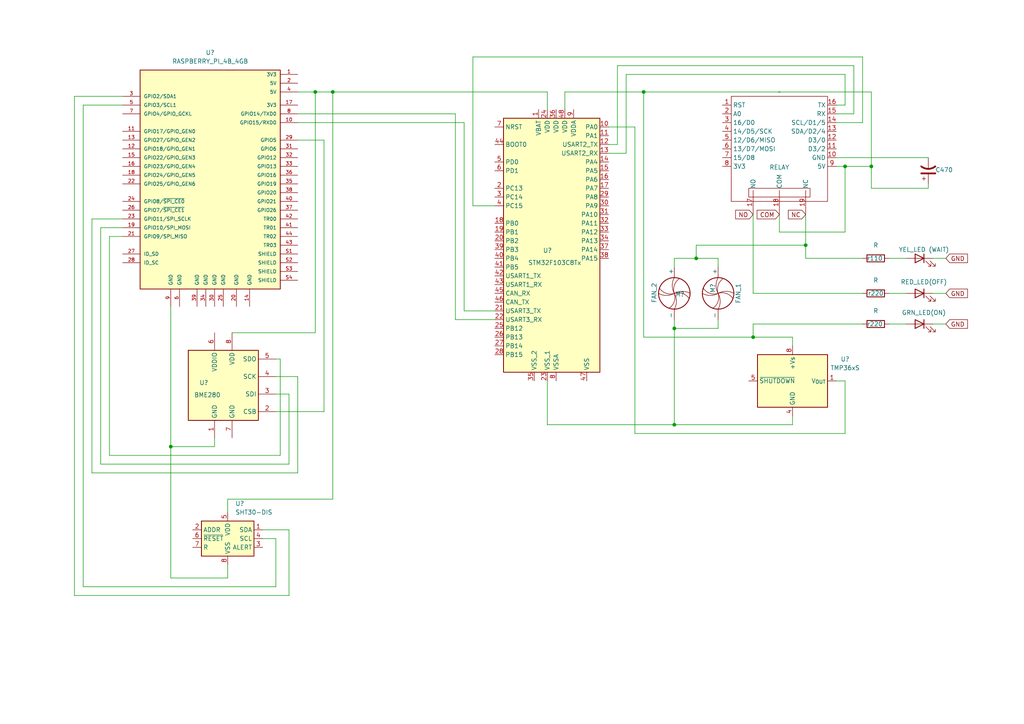
<source format=kicad_sch>
(kicad_sch (version 20231120) (generator "eeschema") (generator_version "8.0")
  (paper "A4")
  (lib_symbols
    (symbol "Device:C_Polarized_US" (pin_numbers hide) (pin_names (offset 0.254) hide)
      (property "Reference" "C" (at 0.635 2.54 0))
      (property "Value" "C_Polarized_US" (at 0.635 -2.54 0))
      (symbol "C_Polarized_US_0_1"
        (polyline (pts (xy -2.032 0.762) (xy 2.032 0.762)) (stroke (width 0.508)))
        (polyline (pts (xy -1.778 2.286) (xy -0.762 2.286)))
        (polyline (pts (xy -1.27 1.778) (xy -1.27 2.794)))
        (arc (start 2.032 -1.27) (mid 0 -0.5572) (end -2.032 -1.27) (stroke (width 0.508)))
      )
      (symbol "C_Polarized_US_1_1"
        (pin passive line (at 0 3.81 270) (length 2.794) (name "~") (number "1"))
        (pin passive line (at 0 -3.81 90) (length 3.302) (name "~") (number "2"))
      )
    )
    (symbol "Device:LED" (pin_numbers hide) (pin_names (offset 1.016) hide)
      (property "Reference" "D" (at 0 2.54 0))
      (property "Value" "LED" (at 0 -2.54 0))
      (symbol "LED_0_1"
        (polyline (pts (xy -1.27 -1.27) (xy -1.27 1.27)) (stroke (width 0.254)))
        (polyline (pts (xy -1.27 0) (xy 1.27 0)))
        (polyline (pts (xy 1.27 -1.27) (xy 1.27 1.27) (xy -1.27 0) (xy 1.27 -1.27)) (stroke (width 0.254)))
        (polyline (pts (xy -3.048 -0.762) (xy -4.572 -2.286) (xy -3.81 -2.286) (xy -4.572 -2.286) (xy -4.572 -1.524)))
        (polyline (pts (xy -1.778 -0.762) (xy -3.302 -2.286) (xy -2.54 -2.286) (xy -3.302 -2.286) (xy -3.302 -1.524)))
      )
      (symbol "LED_1_1"
        (pin passive line (at -3.81 0 0) (length 2.54) (name "K") (number "1"))
        (pin passive line (at 3.81 0 180) (length 2.54) (name "A") (number "2"))
      )
    )
    (symbol "Device:R" (pin_numbers hide) (pin_names (offset 0))
      (property "Reference" "R" (at 2.032 0 90))
      (property "Value" "R" (at 0 0 90))
      (symbol "R_0_1"
        (rectangle (start -1.016 -2.54) (end 1.016 2.54) (stroke (width 0.254)))
      )
      (symbol "R_1_1"
        (pin passive line (at 0 3.81 270) (length 1.27) (name "~") (number "1"))
        (pin passive line (at 0 -3.81 90) (length 1.27) (name "~") (number "2"))
      )
    )
    (symbol "MCU_ST_STM32F1:STM32F103C8Tx"
      (property "Reference" "U?" (at 4.7341 -38.1 0))
      (property "Value" "STM32F103C8Tx" (at -4.318 -20.066 0))
      (symbol "STM32F103C8Tx_0_1"
        (rectangle (start -12.7 38.1) (end 15.24 -35.56) (stroke (width 0.254)) (fill (type background)))
      )
      (symbol "STM32F103C8Tx_1_1"
        (pin power_in line (at -2.54 40.64 270) (length 2.54) (name "VBAT") (number "1"))
        (pin bidirectional line (at 17.78 35.56 180) (length 2.54) (name "PA0") (number "10"))
        (pin bidirectional line (at 17.78 33.02 180) (length 2.54) (name "PA1") (number "11"))
        (pin bidirectional line (at 17.78 30.48 180) (length 2.54) (name "PA2") (number "12") (alternate "USART2_TX" bidirectional line))
        (pin bidirectional line (at 17.78 27.94 180) (length 2.54) (name "PA3") (number "13") (alternate "USART2_RX" bidirectional line))
        (pin bidirectional line (at 17.78 25.4 180) (length 2.54) (name "PA4") (number "14"))
        (pin bidirectional line (at 17.78 22.86 180) (length 2.54) (name "PA5") (number "15"))
        (pin bidirectional line (at 17.78 20.32 180) (length 2.54) (name "PA6") (number "16"))
        (pin bidirectional line (at 17.78 17.78 180) (length 2.54) (name "PA7") (number "17"))
        (pin bidirectional line (at -15.24 7.62 0) (length 2.54) (name "PB0") (number "18"))
        (pin bidirectional line (at -15.24 5.08 0) (length 2.54) (name "PB1") (number "19"))
        (pin bidirectional line (at -15.24 17.78 0) (length 2.54) (name "PC13") (number "2"))
        (pin bidirectional line (at -15.24 2.54 0) (length 2.54) (name "PB2") (number "20"))
        (pin bidirectional line (at -15.24 -17.78 0) (length 2.54) (name "PB10") (number "21") (alternate "USART3_TX" bidirectional line))
        (pin bidirectional line (at -15.24 -20.32 0) (length 2.54) (name "PB11") (number "22") (alternate "USART3_RX" bidirectional line))
        (pin power_in line (at 0 -38.1 90) (length 2.54) (name "VSS_1") (number "23"))
        (pin power_in line (at 0 40.64 270) (length 2.54) (name "VDD") (number "24"))
        (pin bidirectional line (at -15.24 -22.86 0) (length 2.54) (name "PB12") (number "25"))
        (pin bidirectional line (at -15.24 -25.4 0) (length 2.54) (name "PB13") (number "26"))
        (pin bidirectional line (at -15.24 -27.94 0) (length 2.54) (name "PB14") (number "27"))
        (pin bidirectional line (at -15.24 -30.48 0) (length 2.54) (name "PB15") (number "28"))
        (pin bidirectional line (at 17.78 15.24 180) (length 2.54) (name "PA8") (number "29"))
        (pin bidirectional line (at -15.24 15.24 0) (length 2.54) (name "PC14") (number "3"))
        (pin bidirectional line (at 17.78 12.7 180) (length 2.54) (name "PA9") (number "30") (alternate "USART1_TX" bidirectional line))
        (pin bidirectional line (at 17.78 10.16 180) (length 2.54) (name "PA10") (number "31") (alternate "USART1_RX" bidirectional line))
        (pin bidirectional line (at 17.78 7.62 180) (length 2.54) (name "PA11") (number "32") (alternate "CAN_RX" bidirectional line))
        (pin bidirectional line (at 17.78 5.08 180) (length 2.54) (name "PA12") (number "33") (alternate "CAN_TX" bidirectional line))
        (pin bidirectional line (at 17.78 2.54 180) (length 2.54) (name "PA13") (number "34"))
        (pin power_in line (at -3.81 -38.1 90) (length 2.54) (name "VSS_2") (number "35"))
        (pin power_in line (at 2.54 40.64 270) (length 2.54) (name "VDD") (number "36"))
        (pin bidirectional line (at 17.78 0 180) (length 2.54) (name "PA14") (number "37"))
        (pin bidirectional line (at 17.78 -2.54 180) (length 2.54) (name "PA15") (number "38"))
        (pin bidirectional line (at -15.24 0 0) (length 2.54) (name "PB3") (number "39"))
        (pin bidirectional line (at -15.24 12.7 0) (length 2.54) (name "PC15") (number "4"))
        (pin bidirectional line (at -15.24 -2.54 0) (length 2.54) (name "PB4") (number "40"))
        (pin bidirectional line (at -15.24 -5.08 0) (length 2.54) (name "PB5") (number "41"))
        (pin bidirectional line (at -15.24 -7.62 0) (length 2.54) (name "PB6") (number "42") (alternate "USART1_TX" bidirectional line))
        (pin bidirectional line (at -15.24 -10.16 0) (length 2.54) (name "PB7") (number "43") (alternate "USART1_RX" bidirectional line))
        (pin input line (at -15.24 30.48 0) (length 2.54) (name "BOOT0") (number "44"))
        (pin bidirectional line (at -15.24 -12.7 0) (length 2.54) (name "PB8") (number "45") (alternate "CAN_RX" bidirectional line))
        (pin bidirectional line (at -15.24 -15.24 0) (length 2.54) (name "PB9") (number "46") (alternate "CAN_TX" bidirectional line))
        (pin power_in line (at 11.43 -38.1 90) (length 2.54) (name "VSS") (number "47"))
        (pin power_in line (at 5.08 40.64 270) (length 2.54) (name "VDD") (number "48"))
        (pin bidirectional line (at -15.24 25.4 0) (length 2.54) (name "PD0") (number "5"))
        (pin bidirectional line (at -15.24 22.86 0) (length 2.54) (name "PD1") (number "6"))
        (pin input line (at -15.24 35.56 0) (length 2.54) (name "NRST") (number "7"))
        (pin power_in line (at 2.54 -38.1 90) (length 2.54) (name "VSSA") (number "8"))
        (pin power_in line (at 7.62 40.64 270) (length 2.54) (name "VDDA") (number "9"))
      )
    )
    (symbol "Motor:Fan_ALT" (pin_numbers hide) (pin_names (offset 0))
      (property "Reference" "M" (at 3.81 5.08 0))
      (property "Value" "Fan_ALT" (at 3.81 2.54 0))
      (symbol "Fan_ALT_0_1"
        (arc (start -4.572 0) (mid -2.286 -0.5988) (end 0 0))
        (arc (start -4.318 1.524) (mid -2.4153 0.0291) (end 0 0))
        (arc (start -1.524 -4.318) (mid -0.0291 -2.4153) (end 0 0))
        (arc (start 0 -4.572) (mid 0.5988 -2.286) (end 0 0))
        (polyline (pts (xy 0 -5.08) (xy 0 -4.572)))
        (polyline (pts (xy 0 4.572) (xy 0 5.08)))
        (circle (center 0 0) (radius 4.572) (stroke (width 0.254)))
        (arc (start 0 4.572) (mid -0.5988 2.286) (end 0 0))
        (arc (start 1.524 4.318) (mid 0.0291 2.4153) (end 0 0))
        (arc (start 4.318 -1.524) (mid 2.4153 -0.0291) (end 0 0))
        (arc (start 4.572 0) (mid 2.286 0.5988) (end 0 0))
      )
      (symbol "Fan_ALT_1_1"
        (pin passive line (at 0 7.62 270) (length 2.54) (name "+") (number "1"))
        (pin passive line (at 0 -7.62 90) (length 2.54) (name "-") (number "2"))
      )
    )
    (symbol "Sensor:BME280"
      (property "Reference" "U" (at -8.89 11.43 0))
      (property "Value" "BME280" (at 7.62 11.43 0))
      (symbol "BME280_0_1"
        (rectangle (start -10.16 10.16) (end 10.16 -10.16) (stroke (width 0.254)) (fill (type background)))
      )
      (symbol "BME280_1_1"
        (pin power_in line (at -2.54 -15.24 90) (length 5.08) (name "GND") (number "1"))
        (pin input line (at 15.24 -7.62 180) (length 5.08) (name "CSB") (number "2"))
        (pin bidirectional line (at 15.24 -2.54 180) (length 5.08) (name "SDI") (number "3"))
        (pin input line (at 15.24 2.54 180) (length 5.08) (name "SCK") (number "4"))
        (pin bidirectional line (at 15.24 7.62 180) (length 5.08) (name "SDO") (number "5"))
        (pin power_in line (at -2.54 15.24 270) (length 5.08) (name "VDDIO") (number "6"))
        (pin power_in line (at 2.54 -15.24 90) (length 5.08) (name "GND") (number "7"))
        (pin power_in line (at 2.54 15.24 270) (length 5.08) (name "VDD") (number "8"))
      )
    )
    (symbol "Sensor_Humidity:SHT30-DIS"
      (property "Reference" "U" (at -6.35 6.35 0))
      (property "Value" "SHT30-DIS" (at 6.35 6.35 0))
      (symbol "SHT30-DIS_0_1"
        (rectangle (start -7.62 5.08) (end 7.62 -5.08) (stroke (width 0.254)) (fill (type background)))
      )
      (symbol "SHT30-DIS_1_1"
        (pin bidirectional line (at 10.16 2.54 180) (length 2.54) (name "SDA") (number "1"))
        (pin input line (at -10.16 2.54 0) (length 2.54) (name "ADDR") (number "2"))
        (pin output line (at 10.16 -2.54 180) (length 2.54) (name "ALERT") (number "3"))
        (pin input line (at 10.16 0 180) (length 2.54) (name "SCL") (number "4"))
        (pin power_in line (at 0 7.62 270) (length 2.54) (name "VDD") (number "5"))
        (pin input line (at -10.16 0 0) (length 2.54) (name "~{RESET}") (number "6"))
        (pin passive line (at -10.16 -2.54 0) (length 2.54) (name "R") (number "7"))
        (pin power_in line (at 0 -7.62 90) (length 2.54) (name "VSS") (number "8"))
        (pin passive line (at 0 -7.62 90) (length 2.54) hide (name "VSS") (number "9"))
      )
    )
    (symbol "Sensor_Temperature:TMP36xS"
      (property "Reference" "U" (at -8.89 8.89 0))
      (property "Value" "TMP36xS" (at 6.35 -8.89 0))
      (symbol "TMP36xS_0_1"
        (rectangle (start -10.16 7.62) (end 10.16 -7.62) (stroke (width 0.254)) (fill (type background)))
      )
      (symbol "TMP36xS_1_1"
        (pin output line (at 12.7 0 180) (length 2.54) (name "V_{OUT}") (number "1"))
        (pin power_in line (at 0 -10.16 90) (length 2.54) (name "GND") (number "4"))
        (pin input line (at -12.7 0 0) (length 2.54) (name "~{SHUTDOWN}") (number "5"))
        (pin power_in line (at 0 10.16 270) (length 2.54) (name "+Vs") (number "8"))
      )
    )
    (symbol "my_parts:RASPBERRY_PI_4B_4GB" (pin_names (offset 1.016))
      (property "Reference" "U?" (at 0 38.1 0))
      (property "Value" "RASPBERRY_PI_4B_4GB" (at 0 35.56 0))
      (symbol "RASPBERRY_PI_4B_4GB_0_0"
        (rectangle (start -20.32 33.02) (end 20.32 -30.48) (stroke (width 0.254)) (fill (type background)))
        (pin power_in line (at 25.4 31.75 180) (length 5.08) (name "3V3") (number "1"))
        (pin bidirectional line (at 25.4 17.78 180) (length 5.08) (name "GPIO15/RXD0") (number "10"))
        (pin bidirectional line (at -25.4 15.24 0) (length 5.08) (name "GPIO17/GPIO_GEN0") (number "11"))
        (pin bidirectional line (at -25.4 10.16 0) (length 5.08) (name "GPIO18/GPIO_GEN1") (number "12"))
        (pin bidirectional line (at -25.4 12.7 0) (length 5.08) (name "GPIO27/GPIO_GEN2") (number "13"))
        (pin power_in line (at 11.43 -35.56 90) (length 5.08) (name "GND") (number "14"))
        (pin bidirectional line (at -25.4 7.62 0) (length 5.08) (name "GPIO22/GPIO_GEN3") (number "15"))
        (pin bidirectional line (at -25.4 5.08 0) (length 5.08) (name "GPIO23/GPIO_GEN4") (number "16"))
        (pin power_in line (at 25.4 22.86 180) (length 5.08) (name "3V3") (number "17"))
        (pin bidirectional line (at -25.4 2.54 0) (length 5.08) (name "GPIO24/GPIO_GEN5") (number "18"))
        (pin bidirectional line (at -25.4 -12.7 0) (length 5.08) (name "GPIO10/SPI_MOSI") (number "19"))
        (pin power_in line (at 7.62 -35.56 90) (length 5.08) (name "GND") (number "20"))
        (pin bidirectional line (at -25.4 -15.24 0) (length 5.08) (name "GPIO9/SPI_MISO") (number "21"))
        (pin bidirectional line (at -25.4 0 0) (length 5.08) (name "GPIO25/GPIO_GEN6") (number "22"))
        (pin bidirectional line (at -25.4 -10.16 0) (length 5.08) (name "GPIO11/SPI_SCLK") (number "23"))
        (pin bidirectional line (at -25.4 -5.08 0) (length 5.08) (name "GPIO8/~{SPI_CE0}") (number "24"))
        (pin power_in line (at 3.81 -35.56 90) (length 5.08) (name "GND") (number "25"))
        (pin bidirectional line (at -25.4 -7.62 0) (length 5.08) (name "GPIO7/~{SPI_CE1}") (number "26"))
        (pin bidirectional line (at -25.4 -20.32 0) (length 5.08) (name "ID_SD") (number "27"))
        (pin bidirectional line (at -25.4 -22.86 0) (length 5.08) (name "ID_SC") (number "28"))
        (pin bidirectional line (at 25.4 12.7 180) (length 5.08) (name "GPIO5") (number "29"))
        (pin bidirectional line (at -25.4 25.4 0) (length 5.08) (name "GPIO2/SDA1") (number "3"))
        (pin power_in line (at 1.27 -35.56 90) (length 5.08) (name "GND") (number "30"))
        (pin bidirectional line (at 25.4 10.16 180) (length 5.08) (name "GPIO6") (number "31"))
        (pin bidirectional line (at 25.4 7.62 180) (length 5.08) (name "GPIO12") (number "32"))
        (pin bidirectional line (at 25.4 5.08 180) (length 5.08) (name "GPIO13") (number "33"))
        (pin power_in line (at -1.27 -35.56 90) (length 5.08) (name "GND") (number "34"))
        (pin bidirectional line (at 25.4 0 180) (length 5.08) (name "GPIO19") (number "35"))
        (pin bidirectional line (at 25.4 2.54 180) (length 5.08) (name "GPIO16") (number "36"))
        (pin bidirectional line (at 25.4 -7.62 180) (length 5.08) (name "GPIO26") (number "37"))
        (pin bidirectional line (at 25.4 -2.54 180) (length 5.08) (name "GPIO20") (number "38"))
        (pin power_in line (at -3.81 -35.56 90) (length 5.08) (name "GND") (number "39"))
        (pin power_in line (at 25.4 26.67 180) (length 5.08) (name "5V") (number "4"))
        (pin bidirectional line (at 25.4 -5.08 180) (length 5.08) (name "GPIO21") (number "40"))
        (pin bidirectional line (at 25.4 -12.7 180) (length 5.08) (name "TR01") (number "41"))
        (pin bidirectional line (at 25.4 -10.16 180) (length 5.08) (name "TR00") (number "42"))
        (pin bidirectional line (at 25.4 -17.78 180) (length 5.08) (name "TR03") (number "43"))
        (pin bidirectional line (at 25.4 -15.24 180) (length 5.08) (name "TR02") (number "44"))
        (pin bidirectional line (at -25.4 22.86 0) (length 5.08) (name "GPIO3/SCL1") (number "5"))
        (pin power_in line (at -8.89 -35.56 90) (length 5.08) (name "GND") (number "6"))
        (pin bidirectional line (at -25.4 20.32 0) (length 5.08) (name "GPIO4/GPIO_GCKL") (number "7"))
        (pin bidirectional line (at 25.4 20.32 180) (length 5.08) (name "GPIO14/TXD0") (number "8"))
        (pin power_in line (at -11.43 -35.56 90) (length 5.08) (name "GND") (number "9"))
        (pin power_in line (at 25.4 -22.86 180) (length 5.08) (name "SHIELD") (number "S2"))
        (pin power_in line (at 25.4 -25.4 180) (length 5.08) (name "SHIELD") (number "S3"))
        (pin power_in line (at 25.4 -27.94 180) (length 5.08) (name "SHIELD") (number "S4"))
      )
      (symbol "RASPBERRY_PI_4B_4GB_1_0"
        (pin power_in line (at 25.4 29.21 180) (length 5.08) (name "5V") (number "2"))
        (pin power_in line (at 25.4 -20.32 180) (length 5.08) (name "SHIELD") (number "S1"))
      )
    )
    (symbol "my_parts:wemos_relay"
      (property "Reference" "D1" (at 0 0 0))
      (symbol "wemos_relay_0_1"
        (rectangle (start -13.97 15.24) (end 13.97 -15.24))
        (rectangle (start -8.89 -11.43) (end 8.89 -13.97))
      )
      (symbol "wemos_relay_1_1"
        (pin input line (at -16.51 12.7 0) (length 2.54) (name "RST") (number "1"))
        (pin input line (at 16.51 -2.54 180) (length 2.54) (name "GND") (number "10"))
        (pin input line (at 16.51 0 180) (length 2.54) (name "D3/2") (number "11"))
        (pin input line (at 16.51 2.54 180) (length 2.54) (name "D3/0") (number "12"))
        (pin input line (at 16.51 5.08 180) (length 2.54) (name "SDA/D2/4") (number "13"))
        (pin input line (at 16.51 7.62 180) (length 2.54) (name "SCL/D1/5") (number "14"))
        (pin input line (at 16.51 10.16 180) (length 2.54) (name "RX") (number "15"))
        (pin input line (at 16.51 12.7 180) (length 2.54) (name "TX") (number "16"))
        (pin input line (at -7.62 -19.05 90) (length 7) (name "NO") (number "17"))
        (pin input line (at 0 -19.05 90) (length 7) (name "COM") (number "18"))
        (pin input line (at 7.62 -19.05 90) (length 7) (name "NC") (number "19"))
        (pin input line (at -16.51 10.16 0) (length 2.54) (name "A0") (number "2"))
        (pin input line (at -16.51 7.62 0) (length 2.54) (name "16/D0") (number "3"))
        (pin input line (at -16.51 5.08 0) (length 2.54) (name "14/D5/SCK") (number "4"))
        (pin input line (at -16.51 2.54 0) (length 2.54) (name "12/D6/MISO") (number "5"))
        (pin input line (at -16.51 0 0) (length 2.54) (name "13/D7/MOSI") (number "6"))
        (pin input line (at -16.51 -2.54 0) (length 2.54) (name "15/D8") (number "7"))
        (pin input line (at -16.51 -5.08 0) (length 2.54) (name "3V3") (number "8"))
        (pin input line (at 16.51 -5.08 180) (length 2.54) (name "5V") (number "9"))
      )
    )
  )
  (junction (at 201.93 74.93))
  (junction (at 195.58 95.25))
  (junction (at 186.69 26.67))
  (junction (at 218.44 97.79))
  (junction (at 233.68 71.12))
  (junction (at 91.44 26.67))
  (junction (at 252.73 48.26))
  (junction (at 245.11 48.26))
  (junction (at 49.53 129.54))
  (junction (at 195.58 123.19))
  (junction (at 96.52 26.67))
  (wire (pts (xy 86.36 33.02) (xy 132.08 33.02)))
  (wire (pts (xy 66.04 144.78) (xy 66.04 148.59)))
  (wire (pts (xy 242.57 45.72) (xy 269.24 45.72)))
  (wire (pts (xy 262.89 85.09) (xy 257.81 85.09)))
  (wire (pts (xy 226.06 67.31) (xy 226.06 62.23)))
  (wire (pts (xy 80.01 156.21) (xy 80.01 170.18)))
  (wire (pts (xy 186.69 26.67) (xy 163.83 26.67)))
  (wire (pts (xy 29.21 66.04) (xy 29.21 134.62)))
  (wire (pts (xy 26.67 137.16) (xy 86.36 137.16)))
  (wire (pts (xy 132.08 92.71) (xy 143.51 92.71)))
  (wire (pts (xy 181.61 44.45) (xy 176.53 44.45)))
  (wire (pts (xy 250.19 16.51) (xy 250.19 35.56)))
  (wire (pts (xy 96.52 144.78) (xy 66.04 144.78)))
  (wire (pts (xy 179.07 19.05) (xy 247.65 19.05)))
  (wire (pts (xy 184.15 125.73) (xy 245.11 125.73)))
  (wire (pts (xy 252.73 54.61) (xy 252.73 48.26)))
  (wire (pts (xy 201.93 71.12) (xy 201.93 74.93)))
  (wire (pts (xy 208.28 92.71) (xy 208.28 95.25)))
  (wire (pts (xy 49.53 167.64) (xy 49.53 129.54)))
  (wire (pts (xy 35.56 66.04) (xy 29.21 66.04)))
  (wire (pts (xy 262.89 74.93) (xy 257.81 74.93)))
  (wire (pts (xy 233.68 74.93) (xy 250.19 74.93)))
  (wire (pts (xy 62.23 127) (xy 62.23 129.54)))
  (wire (pts (xy 274.32 85.09) (xy 270.51 85.09)))
  (wire (pts (xy 49.53 88.9) (xy 49.53 129.54)))
  (wire (pts (xy 176.53 41.91) (xy 179.07 41.91)))
  (wire (pts (xy 245.11 21.59) (xy 245.11 30.48)))
  (wire (pts (xy 137.16 59.69) (xy 137.16 16.51)))
  (wire (pts (xy 245.11 110.49) (xy 242.57 110.49)))
  (wire (pts (xy 195.58 74.93) (xy 195.58 77.47)))
  (wire (pts (xy 24.13 30.48) (xy 35.56 30.48)))
  (wire (pts (xy 218.44 93.98) (xy 218.44 97.79)))
  (wire (pts (xy 35.56 27.94) (xy 21.59 27.94)))
  (wire (pts (xy 274.32 74.93) (xy 270.51 74.93)))
  (wire (pts (xy 195.58 123.19) (xy 229.87 123.19)))
  (wire (pts (xy 134.62 35.56) (xy 86.36 35.56)))
  (wire (pts (xy 143.51 59.69) (xy 137.16 59.69)))
  (wire (pts (xy 91.44 96.52) (xy 91.44 26.67)))
  (wire (pts (xy 195.58 74.93) (xy 201.93 74.93)))
  (wire (pts (xy 262.89 93.98) (xy 257.81 93.98)))
  (wire (pts (xy 93.98 40.64) (xy 86.36 40.64)))
  (wire (pts (xy 83.82 172.72) (xy 83.82 153.67)))
  (wire (pts (xy 132.08 33.02) (xy 132.08 92.71)))
  (wire (pts (xy 233.68 62.23) (xy 233.68 71.12)))
  (wire (pts (xy 31.75 68.58) (xy 35.56 68.58)))
  (wire (pts (xy 83.82 114.3) (xy 80.01 114.3)))
  (wire (pts (xy 86.36 109.22) (xy 80.01 109.22)))
  (wire (pts (xy 35.56 63.5) (xy 26.67 63.5)))
  (wire (pts (xy 91.44 26.67) (xy 96.52 26.67)))
  (wire (pts (xy 252.73 26.67) (xy 252.73 48.26)))
  (wire (pts (xy 245.11 48.26) (xy 245.11 67.31)))
  (wire (pts (xy 76.2 156.21) (xy 80.01 156.21)))
  (wire (pts (xy 218.44 97.79) (xy 229.87 97.79)))
  (wire (pts (xy 86.36 26.67) (xy 91.44 26.67)))
  (wire (pts (xy 81.28 132.08) (xy 31.75 132.08)))
  (wire (pts (xy 24.13 170.18) (xy 24.13 30.48)))
  (wire (pts (xy 218.44 62.23) (xy 218.44 85.09)))
  (wire (pts (xy 269.24 54.61) (xy 269.24 53.34)))
  (wire (pts (xy 158.75 110.49) (xy 158.75 123.19)))
  (wire (pts (xy 226.06 67.31) (xy 245.11 67.31)))
  (wire (pts (xy 158.75 26.67) (xy 158.75 31.75)))
  (wire (pts (xy 21.59 27.94) (xy 21.59 172.72)))
  (wire (pts (xy 83.82 134.62) (xy 83.82 114.3)))
  (wire (pts (xy 201.93 71.12) (xy 233.68 71.12)))
  (wire (pts (xy 247.65 33.02) (xy 242.57 33.02)))
  (wire (pts (xy 163.83 26.67) (xy 163.83 31.75)))
  (wire (pts (xy 62.23 129.54) (xy 49.53 129.54)))
  (wire (pts (xy 186.69 26.67) (xy 252.73 26.67)))
  (wire (pts (xy 26.67 63.5) (xy 26.67 137.16)))
  (wire (pts (xy 86.36 137.16) (xy 86.36 109.22)))
  (wire (pts (xy 245.11 30.48) (xy 242.57 30.48)))
  (wire (pts (xy 66.04 167.64) (xy 66.04 163.83)))
  (wire (pts (xy 229.87 120.65) (xy 229.87 123.19)))
  (wire (pts (xy 242.57 48.26) (xy 245.11 48.26)))
  (wire (pts (xy 195.58 95.25) (xy 195.58 123.19)))
  (wire (pts (xy 186.69 26.67) (xy 186.69 97.79)))
  (wire (pts (xy 29.21 134.62) (xy 83.82 134.62)))
  (wire (pts (xy 247.65 19.05) (xy 247.65 33.02)))
  (wire (pts (xy 83.82 153.67) (xy 76.2 153.67)))
  (wire (pts (xy 245.11 48.26) (xy 252.73 48.26)))
  (wire (pts (xy 233.68 71.12) (xy 233.68 74.93)))
  (wire (pts (xy 179.07 19.05) (xy 179.07 41.91)))
  (wire (pts (xy 158.75 123.19) (xy 195.58 123.19)))
  (wire (pts (xy 269.24 54.61) (xy 252.73 54.61)))
  (wire (pts (xy 195.58 95.25) (xy 208.28 95.25)))
  (wire (pts (xy 143.51 90.17) (xy 134.62 90.17)))
  (wire (pts (xy 96.52 26.67) (xy 96.52 144.78)))
  (wire (pts (xy 250.19 93.98) (xy 218.44 93.98)))
  (wire (pts (xy 67.31 96.52) (xy 91.44 96.52)))
  (wire (pts (xy 250.19 35.56) (xy 242.57 35.56)))
  (wire (pts (xy 274.32 93.98) (xy 270.51 93.98)))
  (wire (pts (xy 80.01 104.14) (xy 81.28 104.14)))
  (wire (pts (xy 80.01 119.38) (xy 93.98 119.38)))
  (wire (pts (xy 195.58 92.71) (xy 195.58 95.25)))
  (wire (pts (xy 186.69 97.79) (xy 218.44 97.79)))
  (wire (pts (xy 245.11 125.73) (xy 245.11 110.49)))
  (wire (pts (xy 134.62 90.17) (xy 134.62 35.56)))
  (wire (pts (xy 250.19 85.09) (xy 218.44 85.09)))
  (wire (pts (xy 181.61 21.59) (xy 245.11 21.59)))
  (wire (pts (xy 181.61 21.59) (xy 181.61 44.45)))
  (wire (pts (xy 201.93 74.93) (xy 208.28 74.93)))
  (wire (pts (xy 208.28 74.93) (xy 208.28 77.47)))
  (wire (pts (xy 184.15 36.83) (xy 176.53 36.83)))
  (wire (pts (xy 184.15 36.83) (xy 184.15 125.73)))
  (wire (pts (xy 229.87 97.79) (xy 229.87 100.33)))
  (wire (pts (xy 21.59 172.72) (xy 83.82 172.72)))
  (wire (pts (xy 66.04 167.64) (xy 49.53 167.64)))
  (wire (pts (xy 80.01 170.18) (xy 24.13 170.18)))
  (wire (pts (xy 93.98 119.38) (xy 93.98 40.64)))
  (wire (pts (xy 96.52 26.67) (xy 158.75 26.67)))
  (wire (pts (xy 31.75 132.08) (xy 31.75 68.58)))
  (wire (pts (xy 137.16 16.51) (xy 250.19 16.51)))
  (wire (pts (xy 81.28 104.14) (xy 81.28 132.08)))
  (global_label "GND" (shape input) (at 274.32 85.09 0) (property "Intersheetrefs" "${INTERSHEET_REFS}" (effects (hide yes))))
  (global_label "COM" (shape input) (at 226.06 62.23 180) (property "Intersheetrefs" "${INTERSHEET_REFS}" (effects (hide yes))))
  (global_label "NO" (shape input) (at 218.44 62.23 180) (property "Intersheetrefs" "${INTERSHEET_REFS}" (effects (hide yes))))
  (global_label "GND" (shape input) (at 274.32 74.93 0) (property "Intersheetrefs" "${INTERSHEET_REFS}" (effects (hide yes))))
  (global_label "GND" (shape input) (at 274.32 93.98 0) (property "Intersheetrefs" "${INTERSHEET_REFS}" (effects (hide yes))))
  (global_label "NC" (shape input) (at 233.68 62.23 180) (property "Intersheetrefs" "${INTERSHEET_REFS}" (effects (hide yes))))
  (symbol (lib_id "Device:LED") (at 266.7 74.93 0) (mirror y) (unit 1)
    (property "Reference" "D?" (effects (hide yes)))
    (property "Value" "YEL_LED (WAIT)" (at 267.97 72.39 0))
    (property "Description" "Light emitting diode" (effects (hide yes)))
  )
  (symbol (lib_id "Device:LED") (at 266.7 93.98 0) (mirror y) (unit 1)
    (property "Reference" "D?" (effects (hide yes)))
    (property "Value" "GRN_LED(ON)" (at 267.97 90.678 0))
    (property "Description" "Light emitting diode" (effects (hide yes)))
  )
  (symbol (lib_id "my_parts:wemos_relay") (at 226.06 43.18 0) (unit 1)
    (property "Reference" "RELAY" (at 226.06 48.514 0))
    (property "Value" "~" (at 226.06 26.67 0))
  )
  (symbol (lib_id "Motor:Fan_ALT") (at 195.58 85.09 0) (unit 1)
    (property "Reference" "M?" (at 195.834 85.344 0) (effects (justify left)))
    (property "Value" "FAN_2" (at 189.738 87.884 90) (effects (justify left)))
    (property "Description" "Fan without PWM or tach, alternative symbol" (effects (hide yes)))
  )
  (symbol (lib_id "Sensor_Humidity:SHT30-DIS") (at 66.04 156.21 0) (unit 1)
    (property "Reference" "U?" (at 68.2341 146.05 0) (effects (justify left)))
    (property "Value" "SHT30-DIS" (at 68.2341 148.59 0) (effects (justify left)))
    (property "Footprint" "Sensor_Humidity:Sensirion_DFN-8-1EP_2.5x2.5mm_P0.5mm_EP1.1x1.7mm" (effects (hide yes)))
    (property "Datasheet" "https://www.sensirion.com/fileadmin/user_upload/customers/sensirion/Dokumente/2_Humidity_Sensors/Datasheets/Sensirion_Humidity_Sensors_SHT3x_Datasheet_digital.pdf" (effects (hide yes)))
    (property "Description" "I²C humidity and temperature sensor, ±2%RH, ±0.2°C, DFN-8" (effects (hide yes)))
  )
  (symbol (lib_id "MCU_ST_STM32F1:STM32F103C8Tx") (at 158.75 72.39 0) (unit 1)
    (property "Reference" "U?" (at 157.48 72.644 0) (effects (justify left)))
    (property "Value" "STM32F103C8Tx" (at 153.162 76.2 0) (effects (justify left)))
    (property "Footprint" "Package_QFP:LQFP-48_7x7mm_P0.5mm" (effects (hide yes)))
    (property "Datasheet" "https://www.st.com/resource/en/datasheet/stm32f103c8.pdf" (effects (hide yes)))
    (property "Description" "STMicroelectronics Arm Cortex-M3 MCU, 64KB flash, 20KB RAM, 72 MHz, 2.0-3.6V, 37 GPIO, LQFP48" (effects (hide yes)))
    (pin "46" (alternate "CAN_TX"))
    (pin "45" (alternate "CAN_RX"))
    (pin "42" (alternate "USART1_TX"))
    (pin "22" (alternate "USART3_RX"))
    (pin "21" (alternate "USART3_TX"))
    (pin "43" (alternate "USART1_RX"))
    (pin "13" (alternate "USART2_RX"))
    (pin "12" (alternate "USART2_TX"))
  )
  (symbol (lib_id "Device:R") (at 254 85.09 90) (mirror x) (unit 1)
    (property "Reference" "r220" (at 254 85.09 90))
    (property "Value" "R" (at 254 81.28 90))
    (property "Description" "Resistor" (effects (hide yes)))
  )
  (symbol (lib_id "my_parts:RASPBERRY_PI_4B_4GB") (at 60.96 53.34 0) (unit 1)
    (property "Reference" "U?" (at 60.96 15.24 0))
    (property "Value" "RASPBERRY_PI_4B_4GB" (at 60.96 17.78 0))
    (property "MF" "Raspberry Pi" (effects (hide yes)))
    (property "MAXIMUM_PACKAGE_HEIGHT" "16 mm" (effects (hide yes)))
    (property "Package" "None" (effects (hide yes)))
    (property "Price" "None" (effects (hide yes)))
    (property "STANDARD" "Manufacturer Recommendations" (effects (hide yes)))
    (property "PARTREV" "4" (effects (hide yes)))
    (property "MP" "RASPBERRY PI 4B/4GB" (effects (hide yes)))
    (property "MANUFACTURER" "Raspberry Pi" (effects (hide yes)))
    (property "Availability" "In Stock" (effects (hide yes)))
    (property "SNAPEDA_PN" "RASPBERRY PI 4B/4GB" (effects (hide yes)))
  )
  (symbol (lib_id "Device:R") (at 254 93.98 90) (mirror x) (unit 1)
    (property "Reference" "r220" (at 253.746 93.98 90))
    (property "Value" "R" (at 254 90.17 90))
    (property "Description" "Resistor" (effects (hide yes)))
  )
  (symbol (lib_id "Device:C_Polarized_US") (at 269.24 49.53 0) (mirror x) (unit 1)
    (property "Reference" "C470" (at 271.272 49.276 0) (effects (justify left)))
    (property "Value" "C_Polarized" (effects (hide yes)))
    (property "Description" "Polarized capacitor, US symbol" (effects (hide yes)))
  )
  (symbol (lib_id "Sensor_Temperature:TMP36xS") (at 229.87 110.49 0) (unit 1)
    (property "Reference" "U?" (at 245.11 104.1714 0))
    (property "Value" "TMP36xS" (at 245.11 106.7114 0))
    (property "Footprint" "Package_SO:SOIC-8_3.9x4.9mm_P1.27mm" (effects (hide yes)))
    (property "Datasheet" "https://www.analog.com/media/en/technical-documentation/data-sheets/TMP35_36_37.pdf" (effects (hide yes)))
    (property "Description" "Low Voltage Temperature Sensor, SOIC-8" (effects (hide yes)))
  )
  (symbol (lib_id "Device:R") (at 254 74.93 90) (mirror x) (unit 1)
    (property "Reference" "r110" (at 253.746 74.93 90))
    (property "Value" "R" (at 254 71.12 90))
    (property "Description" "Resistor" (effects (hide yes)))
  )
  (symbol (lib_id "Device:LED") (at 266.7 85.09 0) (mirror y) (unit 1)
    (property "Reference" "D?" (effects (hide yes)))
    (property "Value" "RED_LED(OFF)" (at 267.97 81.788 0))
    (property "Description" "Light emitting diode" (effects (hide yes)))
  )
  (symbol (lib_id "Motor:Fan_ALT") (at 208.28 85.09 0) (unit 1)
    (property "Reference" "M?" (at 206.756 83.566 90))
    (property "Value" "FAN_1" (at 214.122 85.09 90))
    (property "Description" "Fan without PWM or tach, alternative symbol" (effects (hide yes)))
  )
  (symbol (lib_id "Sensor:BME280") (at 64.77 111.76 0) (unit 1)
    (property "Reference" "U?" (at 60.452 110.998 0) (effects (justify right)))
    (property "Value" "BME280" (at 64.008 114.554 0) (effects (justify right)))
    (property "Footprint" "Package_LGA:Bosch_LGA-8_2.5x2.5mm_P0.65mm_ClockwisePinNumbering" (effects (hide yes)))
    (property "Datasheet" "https://www.bosch-sensortec.com/media/boschsensortec/downloads/datasheets/bst-bme280-ds002.pdf" (effects (hide yes)))
    (property "Description" "3-in-1 sensor, humidity, pressure, temperature, I2C and SPI interface, 1.71-3.6V, LGA-8" (effects (hide yes)))
  )
)
</source>
